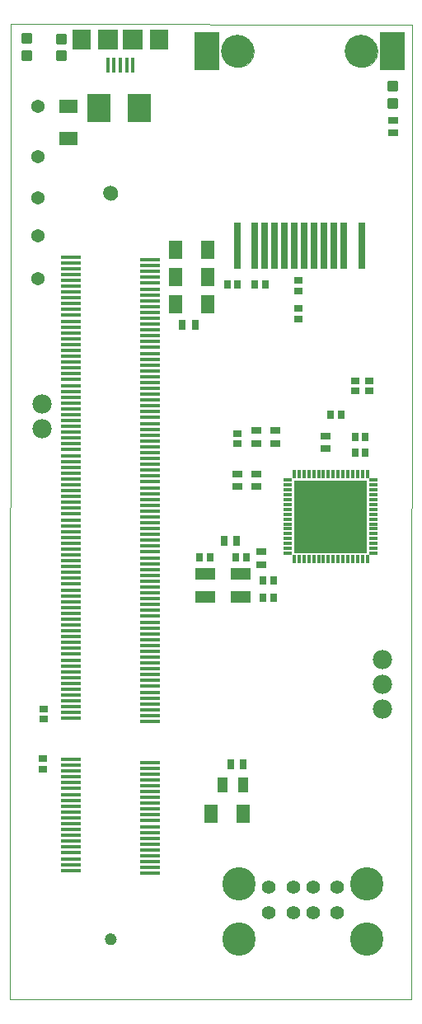
<source format=gts>
G75*
%MOIN*%
%OFA0B0*%
%FSLAX24Y24*%
%IPPOS*%
%LPD*%
%AMOC8*
5,1,8,0,0,1.08239X$1,22.5*
%
%ADD10C,0.0000*%
%ADD11R,0.0940X0.1140*%
%ADD12C,0.0130*%
%ADD13R,0.0788X0.0473*%
%ADD14R,0.0780X0.0520*%
%ADD15R,0.0520X0.0780*%
%ADD16R,0.0316X0.0394*%
%ADD17C,0.0560*%
%ADD18C,0.1346*%
%ADD19R,0.0178X0.0591*%
%ADD20R,0.0749X0.0788*%
%ADD21R,0.0788X0.0788*%
%ADD22R,0.0394X0.0316*%
%ADD23R,0.0340X0.0310*%
%ADD24R,0.0310X0.0340*%
%ADD25R,0.0160X0.0360*%
%ADD26R,0.0360X0.0160*%
%ADD27R,0.2950X0.2950*%
%ADD28C,0.0476*%
%ADD29C,0.0540*%
%ADD30C,0.0780*%
%ADD31R,0.0280X0.1850*%
%ADD32R,0.1020X0.1580*%
%ADD33C,0.1320*%
%ADD34R,0.0420X0.0640*%
%ADD35R,0.0827X0.0178*%
%ADD36C,0.0591*%
%ADD37C,0.0473*%
D10*
X002495Y003425D02*
X002515Y042865D01*
X018747Y042855D01*
X018717Y003425D01*
X002495Y003425D01*
X006338Y005873D02*
X006340Y005902D01*
X006346Y005930D01*
X006355Y005958D01*
X006368Y005984D01*
X006385Y006007D01*
X006404Y006029D01*
X006426Y006048D01*
X006451Y006063D01*
X006477Y006076D01*
X006505Y006084D01*
X006533Y006089D01*
X006562Y006090D01*
X006591Y006087D01*
X006619Y006080D01*
X006646Y006070D01*
X006672Y006056D01*
X006695Y006039D01*
X006716Y006019D01*
X006734Y005996D01*
X006749Y005971D01*
X006760Y005944D01*
X006768Y005916D01*
X006772Y005887D01*
X006772Y005859D01*
X006768Y005830D01*
X006760Y005802D01*
X006749Y005775D01*
X006734Y005750D01*
X006716Y005727D01*
X006695Y005707D01*
X006672Y005690D01*
X006646Y005676D01*
X006619Y005666D01*
X006591Y005659D01*
X006562Y005656D01*
X006533Y005657D01*
X006505Y005662D01*
X006477Y005670D01*
X006451Y005683D01*
X006426Y005698D01*
X006404Y005717D01*
X006385Y005739D01*
X006368Y005762D01*
X006355Y005788D01*
X006346Y005816D01*
X006340Y005844D01*
X006338Y005873D01*
X006279Y036031D02*
X006281Y036064D01*
X006287Y036096D01*
X006296Y036127D01*
X006309Y036157D01*
X006326Y036185D01*
X006346Y036211D01*
X006369Y036235D01*
X006394Y036255D01*
X006422Y036273D01*
X006451Y036287D01*
X006482Y036297D01*
X006514Y036304D01*
X006547Y036307D01*
X006580Y036306D01*
X006612Y036301D01*
X006643Y036292D01*
X006674Y036280D01*
X006702Y036264D01*
X006729Y036245D01*
X006753Y036223D01*
X006774Y036198D01*
X006793Y036171D01*
X006808Y036142D01*
X006819Y036112D01*
X006827Y036080D01*
X006831Y036047D01*
X006831Y036015D01*
X006827Y035982D01*
X006819Y035950D01*
X006808Y035920D01*
X006793Y035891D01*
X006774Y035864D01*
X006753Y035839D01*
X006729Y035817D01*
X006702Y035798D01*
X006674Y035782D01*
X006643Y035770D01*
X006612Y035761D01*
X006580Y035756D01*
X006547Y035755D01*
X006514Y035758D01*
X006482Y035765D01*
X006451Y035775D01*
X006422Y035789D01*
X006394Y035807D01*
X006369Y035827D01*
X006346Y035851D01*
X006326Y035877D01*
X006309Y035905D01*
X006296Y035935D01*
X006287Y035966D01*
X006281Y035998D01*
X006279Y036031D01*
X011065Y041765D02*
X011067Y041815D01*
X011073Y041865D01*
X011083Y041914D01*
X011096Y041963D01*
X011114Y042010D01*
X011135Y042056D01*
X011159Y042099D01*
X011187Y042141D01*
X011218Y042181D01*
X011252Y042218D01*
X011289Y042252D01*
X011329Y042283D01*
X011371Y042311D01*
X011414Y042335D01*
X011460Y042356D01*
X011507Y042374D01*
X011556Y042387D01*
X011605Y042397D01*
X011655Y042403D01*
X011705Y042405D01*
X011755Y042403D01*
X011805Y042397D01*
X011854Y042387D01*
X011903Y042374D01*
X011950Y042356D01*
X011996Y042335D01*
X012039Y042311D01*
X012081Y042283D01*
X012121Y042252D01*
X012158Y042218D01*
X012192Y042181D01*
X012223Y042141D01*
X012251Y042099D01*
X012275Y042056D01*
X012296Y042010D01*
X012314Y041963D01*
X012327Y041914D01*
X012337Y041865D01*
X012343Y041815D01*
X012345Y041765D01*
X012343Y041715D01*
X012337Y041665D01*
X012327Y041616D01*
X012314Y041567D01*
X012296Y041520D01*
X012275Y041474D01*
X012251Y041431D01*
X012223Y041389D01*
X012192Y041349D01*
X012158Y041312D01*
X012121Y041278D01*
X012081Y041247D01*
X012039Y041219D01*
X011996Y041195D01*
X011950Y041174D01*
X011903Y041156D01*
X011854Y041143D01*
X011805Y041133D01*
X011755Y041127D01*
X011705Y041125D01*
X011655Y041127D01*
X011605Y041133D01*
X011556Y041143D01*
X011507Y041156D01*
X011460Y041174D01*
X011414Y041195D01*
X011371Y041219D01*
X011329Y041247D01*
X011289Y041278D01*
X011252Y041312D01*
X011218Y041349D01*
X011187Y041389D01*
X011159Y041431D01*
X011135Y041474D01*
X011114Y041520D01*
X011096Y041567D01*
X011083Y041616D01*
X011073Y041665D01*
X011067Y041715D01*
X011065Y041765D01*
X016065Y041765D02*
X016067Y041815D01*
X016073Y041865D01*
X016083Y041914D01*
X016096Y041963D01*
X016114Y042010D01*
X016135Y042056D01*
X016159Y042099D01*
X016187Y042141D01*
X016218Y042181D01*
X016252Y042218D01*
X016289Y042252D01*
X016329Y042283D01*
X016371Y042311D01*
X016414Y042335D01*
X016460Y042356D01*
X016507Y042374D01*
X016556Y042387D01*
X016605Y042397D01*
X016655Y042403D01*
X016705Y042405D01*
X016755Y042403D01*
X016805Y042397D01*
X016854Y042387D01*
X016903Y042374D01*
X016950Y042356D01*
X016996Y042335D01*
X017039Y042311D01*
X017081Y042283D01*
X017121Y042252D01*
X017158Y042218D01*
X017192Y042181D01*
X017223Y042141D01*
X017251Y042099D01*
X017275Y042056D01*
X017296Y042010D01*
X017314Y041963D01*
X017327Y041914D01*
X017337Y041865D01*
X017343Y041815D01*
X017345Y041765D01*
X017343Y041715D01*
X017337Y041665D01*
X017327Y041616D01*
X017314Y041567D01*
X017296Y041520D01*
X017275Y041474D01*
X017251Y041431D01*
X017223Y041389D01*
X017192Y041349D01*
X017158Y041312D01*
X017121Y041278D01*
X017081Y041247D01*
X017039Y041219D01*
X016996Y041195D01*
X016950Y041174D01*
X016903Y041156D01*
X016854Y041143D01*
X016805Y041133D01*
X016755Y041127D01*
X016705Y041125D01*
X016655Y041127D01*
X016605Y041133D01*
X016556Y041143D01*
X016507Y041156D01*
X016460Y041174D01*
X016414Y041195D01*
X016371Y041219D01*
X016329Y041247D01*
X016289Y041278D01*
X016252Y041312D01*
X016218Y041349D01*
X016187Y041389D01*
X016159Y041431D01*
X016135Y041474D01*
X016114Y041520D01*
X016096Y041567D01*
X016083Y041616D01*
X016073Y041665D01*
X016067Y041715D01*
X016065Y041765D01*
D11*
X007711Y039485D03*
X006099Y039485D03*
D12*
X004727Y041428D02*
X004423Y041428D01*
X004423Y041732D01*
X004727Y041732D01*
X004727Y041428D01*
X004727Y041557D02*
X004423Y041557D01*
X004423Y041686D02*
X004727Y041686D01*
X004727Y042118D02*
X004423Y042118D01*
X004423Y042422D01*
X004727Y042422D01*
X004727Y042118D01*
X004727Y042247D02*
X004423Y042247D01*
X004423Y042376D02*
X004727Y042376D01*
X003327Y042442D02*
X003023Y042442D01*
X003327Y042442D02*
X003327Y042138D01*
X003023Y042138D01*
X003023Y042442D01*
X003023Y042267D02*
X003327Y042267D01*
X003327Y042396D02*
X003023Y042396D01*
X003023Y041752D02*
X003327Y041752D01*
X003327Y041448D01*
X003023Y041448D01*
X003023Y041752D01*
X003023Y041577D02*
X003327Y041577D01*
X003327Y041706D02*
X003023Y041706D01*
X017813Y040198D02*
X018117Y040198D01*
X017813Y040198D02*
X017813Y040502D01*
X018117Y040502D01*
X018117Y040198D01*
X018117Y040327D02*
X017813Y040327D01*
X017813Y040456D02*
X018117Y040456D01*
X018117Y039508D02*
X017813Y039508D01*
X017813Y039812D01*
X018117Y039812D01*
X018117Y039508D01*
X018117Y039637D02*
X017813Y039637D01*
X017813Y039766D02*
X018117Y039766D01*
D13*
X011833Y020628D03*
X011833Y019722D03*
X010377Y019722D03*
X010377Y020628D03*
D14*
X004845Y038235D03*
X004845Y039535D03*
D15*
X009185Y033755D03*
X009195Y032635D03*
X009205Y031535D03*
X010505Y031535D03*
X010495Y032635D03*
X010485Y033755D03*
X010615Y010935D03*
X011915Y010935D03*
D16*
X011921Y012935D03*
X011409Y012935D03*
X011661Y021965D03*
X011149Y021965D03*
X009981Y030715D03*
X009469Y030715D03*
D17*
X012967Y007976D03*
X012967Y006945D03*
X013951Y006945D03*
X013951Y007976D03*
X014739Y007976D03*
X014739Y006945D03*
X015723Y006945D03*
X015723Y007976D03*
D18*
X016932Y008114D03*
X016932Y005878D03*
X011758Y005878D03*
X011758Y008114D03*
D19*
X007467Y041202D03*
X007211Y041202D03*
X006955Y041202D03*
X006699Y041202D03*
X006443Y041202D03*
D20*
X005380Y042245D03*
X008530Y042245D03*
D21*
X007455Y042245D03*
X006455Y042245D03*
D22*
X012455Y026431D03*
X012455Y025919D03*
X013235Y025919D03*
X013235Y026431D03*
X012455Y024681D03*
X012455Y024169D03*
X011675Y024169D03*
X011675Y024681D03*
X012665Y021531D03*
X012665Y021019D03*
X015255Y025709D03*
X015255Y026221D03*
X017975Y038469D03*
X017975Y038981D03*
D23*
X014145Y032495D03*
X014145Y032075D03*
X014145Y031375D03*
X014145Y030955D03*
X016445Y028445D03*
X016445Y028025D03*
X017025Y028025D03*
X017025Y028445D03*
X011685Y026315D03*
X011685Y025895D03*
X003845Y015185D03*
X003845Y014765D03*
X003835Y013175D03*
X003835Y012755D03*
D24*
X010165Y021305D03*
X010585Y021305D03*
X011625Y021305D03*
X012045Y021305D03*
X012735Y020365D03*
X013155Y020365D03*
X013155Y019665D03*
X012735Y019665D03*
X016445Y025545D03*
X016865Y025545D03*
X016865Y026175D03*
X016445Y026175D03*
X015885Y027085D03*
X015465Y027085D03*
X012815Y032325D03*
X012395Y032325D03*
X011695Y032325D03*
X011275Y032325D03*
D25*
X013985Y024685D03*
X014185Y024685D03*
X014385Y024685D03*
X014575Y024685D03*
X014775Y024685D03*
X014975Y024685D03*
X015165Y024685D03*
X015365Y024685D03*
X015565Y024685D03*
X015765Y024685D03*
X015955Y024685D03*
X016155Y024685D03*
X016355Y024685D03*
X016545Y024685D03*
X016745Y024685D03*
X016945Y024685D03*
X016945Y021225D03*
X016745Y021225D03*
X016545Y021225D03*
X016355Y021225D03*
X016155Y021225D03*
X015955Y021225D03*
X015765Y021225D03*
X015565Y021225D03*
X015365Y021225D03*
X015165Y021225D03*
X014975Y021225D03*
X014775Y021225D03*
X014575Y021225D03*
X014385Y021225D03*
X014185Y021225D03*
X013985Y021225D03*
D26*
X013735Y021475D03*
X013735Y021675D03*
X013735Y021875D03*
X013735Y022065D03*
X013735Y022265D03*
X013735Y022465D03*
X013735Y022655D03*
X013735Y022855D03*
X013735Y023055D03*
X013735Y023255D03*
X013735Y023445D03*
X013735Y023645D03*
X013735Y023845D03*
X013735Y024035D03*
X013735Y024235D03*
X013735Y024435D03*
X017195Y024435D03*
X017195Y024235D03*
X017195Y024035D03*
X017195Y023845D03*
X017195Y023645D03*
X017195Y023445D03*
X017195Y023255D03*
X017195Y023055D03*
X017195Y022855D03*
X017195Y022655D03*
X017195Y022465D03*
X017195Y022265D03*
X017195Y022065D03*
X017195Y021875D03*
X017195Y021675D03*
X017195Y021475D03*
D27*
X015465Y022955D03*
D28*
X015465Y022955D03*
X015465Y023955D03*
X014465Y023955D03*
X014465Y022955D03*
X014465Y021955D03*
X015465Y021955D03*
X016465Y021955D03*
X016465Y022955D03*
X016465Y023955D03*
D29*
X003625Y032575D03*
X003635Y034295D03*
X003635Y035835D03*
X003635Y037515D03*
X003635Y039545D03*
D30*
X003775Y027505D03*
X003775Y026505D03*
X017545Y017175D03*
X017545Y016175D03*
X017545Y015175D03*
D31*
X016725Y033915D03*
X016005Y033915D03*
X015605Y033915D03*
X015205Y033915D03*
X014805Y033915D03*
X014405Y033915D03*
X014005Y033915D03*
X013605Y033915D03*
X013205Y033915D03*
X012805Y033915D03*
X012405Y033915D03*
X011685Y033915D03*
D32*
X010455Y041765D03*
X017955Y041765D03*
D33*
X016705Y041765D03*
X011705Y041765D03*
D34*
X011925Y012115D03*
X011105Y012115D03*
D35*
X008169Y012074D03*
X008169Y012310D03*
X008169Y012546D03*
X008169Y012783D03*
X008169Y013019D03*
X008169Y011838D03*
X008169Y011602D03*
X008169Y011365D03*
X008169Y011129D03*
X008169Y010893D03*
X008169Y010657D03*
X008169Y010420D03*
X008169Y010184D03*
X008169Y009948D03*
X008169Y009712D03*
X008169Y009476D03*
X008169Y009239D03*
X008169Y009003D03*
X008169Y008767D03*
X008169Y008531D03*
X004941Y008649D03*
X004941Y008885D03*
X004941Y009121D03*
X004941Y009357D03*
X004941Y009594D03*
X004941Y009830D03*
X004941Y010066D03*
X004941Y010302D03*
X004941Y010539D03*
X004941Y010775D03*
X004941Y011011D03*
X004941Y011247D03*
X004941Y011483D03*
X004941Y011720D03*
X004941Y011956D03*
X004941Y012192D03*
X004941Y012428D03*
X004941Y012665D03*
X004941Y012901D03*
X004941Y013137D03*
X004941Y014791D03*
X004941Y015027D03*
X004941Y015263D03*
X004941Y015499D03*
X004941Y015735D03*
X004941Y015972D03*
X004941Y016208D03*
X004941Y016444D03*
X004941Y016680D03*
X004941Y016916D03*
X004941Y017153D03*
X004941Y017389D03*
X004941Y017625D03*
X004941Y017861D03*
X004941Y018098D03*
X004941Y018334D03*
X004941Y018570D03*
X004941Y018806D03*
X004941Y019042D03*
X004941Y019279D03*
X004941Y019515D03*
X004941Y019751D03*
X004941Y019987D03*
X004941Y020224D03*
X004941Y020460D03*
X004941Y020696D03*
X004941Y020932D03*
X004941Y021168D03*
X004941Y021405D03*
X004941Y021641D03*
X004941Y021877D03*
X004941Y022113D03*
X004941Y022350D03*
X004941Y022586D03*
X004941Y022822D03*
X004941Y023058D03*
X004941Y023294D03*
X004941Y023531D03*
X004941Y023767D03*
X004941Y024003D03*
X004941Y024239D03*
X004941Y024476D03*
X004941Y024712D03*
X004941Y024948D03*
X004941Y025184D03*
X004941Y025420D03*
X004941Y025657D03*
X004941Y025893D03*
X004941Y026129D03*
X004941Y026365D03*
X004941Y026602D03*
X004941Y026838D03*
X004941Y027074D03*
X004941Y027310D03*
X004941Y027546D03*
X004941Y027783D03*
X004941Y028019D03*
X004941Y028255D03*
X004941Y028491D03*
X004941Y028728D03*
X004941Y028964D03*
X004941Y029200D03*
X004941Y029436D03*
X004941Y029672D03*
X004941Y029909D03*
X004941Y030145D03*
X004941Y030381D03*
X004941Y030617D03*
X004941Y030854D03*
X004941Y031090D03*
X004941Y031326D03*
X004941Y031562D03*
X004941Y031798D03*
X004941Y032035D03*
X004941Y032271D03*
X004941Y032507D03*
X004941Y032743D03*
X004941Y032979D03*
X004941Y033216D03*
X004941Y033452D03*
X008169Y033334D03*
X008169Y033098D03*
X008169Y032861D03*
X008169Y032625D03*
X008169Y032389D03*
X008169Y032153D03*
X008169Y031916D03*
X008169Y031680D03*
X008169Y031444D03*
X008169Y031208D03*
X008169Y030972D03*
X008169Y030735D03*
X008169Y030499D03*
X008169Y030263D03*
X008169Y030027D03*
X008169Y029791D03*
X008169Y029554D03*
X008169Y029318D03*
X008169Y029082D03*
X008169Y028846D03*
X008169Y028609D03*
X008169Y028373D03*
X008169Y028137D03*
X008169Y027901D03*
X008169Y027665D03*
X008169Y027428D03*
X008169Y027192D03*
X008169Y026956D03*
X008169Y026720D03*
X008169Y026483D03*
X008169Y026247D03*
X008169Y026011D03*
X008169Y025775D03*
X008169Y025539D03*
X008169Y025302D03*
X008169Y025066D03*
X008169Y024830D03*
X008169Y024594D03*
X008169Y024357D03*
X008169Y024121D03*
X008169Y023885D03*
X008169Y023649D03*
X008169Y023413D03*
X008169Y023176D03*
X008169Y022940D03*
X008169Y022704D03*
X008169Y022468D03*
X008169Y022231D03*
X008169Y021995D03*
X008169Y021759D03*
X008169Y021523D03*
X008169Y021287D03*
X008169Y021050D03*
X008169Y020814D03*
X008169Y020578D03*
X008169Y020342D03*
X008169Y020105D03*
X008169Y019869D03*
X008169Y019633D03*
X008169Y019397D03*
X008169Y019161D03*
X008169Y018924D03*
X008169Y018688D03*
X008169Y018452D03*
X008169Y018216D03*
X008169Y017979D03*
X008169Y017743D03*
X008169Y017507D03*
X008169Y017271D03*
X008169Y017035D03*
X008169Y016798D03*
X008169Y016562D03*
X008169Y016326D03*
X008169Y016090D03*
X008169Y015854D03*
X008169Y015617D03*
X008169Y015381D03*
X008169Y015145D03*
X008169Y014909D03*
X008169Y014672D03*
D36*
X006555Y036031D03*
D37*
X006555Y005873D03*
M02*

</source>
